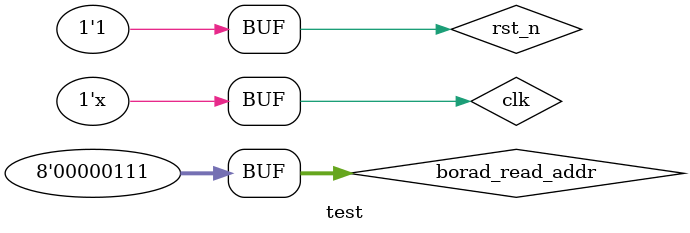
<source format=v>
`timescale 1ns / 1ps


module test();
    reg clk;
    reg rst_n;
    reg [7:0] borad_read_addr;
    wire [1:0] an;
    wire [7:0]seg;
    top test(.clk(clk), .rst_n(rst_n),.borad_read_addr(borad_read_addr),.an(an),.seg(seg));
    always #10
     clk = ~clk;
    
    initial begin
      clk = 0;
      rst_n = 0;
      borad_read_addr = 8'b0000_1000;
      #100;
      rst_n = 1;
      borad_read_addr = 8'b0000_0111;
      
      
    end

endmodule

</source>
